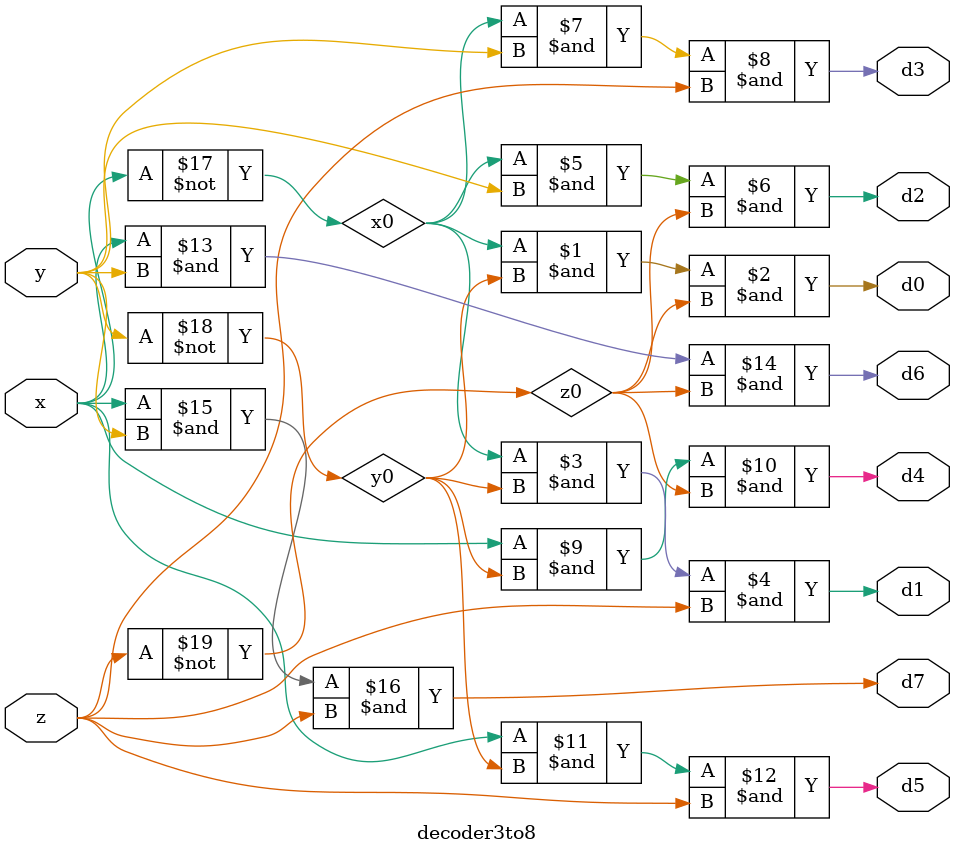
<source format=v>
module decoder3to8(d0,d1,d2,d3,d4,d5,d6,d7,x,y,z);
	input x,y,z;
	output d0,d1,d2,d3,d4,d5,d6,d7;
	wire x0,y0,z0;
	not n1(x0,x);
	not n2(y0,y);
	not n3(z0,z);
	and a0(d0,x0,y0,z0);
	and a1(d1,x0,y0,z);
	and a2(d2,x0,y,z0);
	and a3(d3,x0,y,z);
	and a4(d4,x,y0,z0);
	and a5(d5,x,y0,z);
	and a6(d6,x,y,z0);
	and a7(d7,x,y,z);
endmodule
</source>
